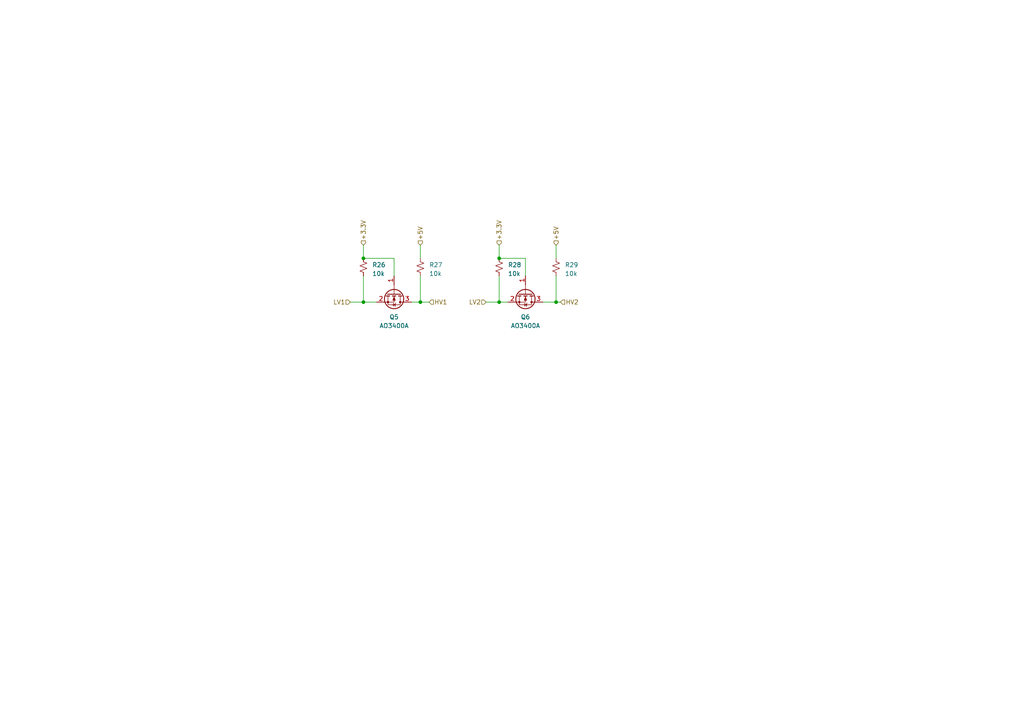
<source format=kicad_sch>
(kicad_sch (version 20230121) (generator eeschema)
  (paper "A4")
  (lib_symbols
    (symbol "Device:R_Small_US" (pin_numbers hide) (pin_names (offset 0.254) hide)
      (property "Reference" "R" (at 0.762 0.508 0))
      (property "Value" "R_Small_US" (at 0.762 -1.016 0))
      (symbol "R_Small_US_1_1"
        (polyline (pts (xy 0 0) (xy 1.016 -0.381) (xy 0 -0.762) (xy -1.016 -1.143) (xy 0 -1.524)))
        (polyline (pts (xy 0 1.524) (xy 1.016 1.143) (xy 0 0.762) (xy -1.016 0.381) (xy 0 0)))
        (pin passive line (at 0 2.54 270) (length 1.016) (name "~") (number "1"))
        (pin passive line (at 0 -2.54 90) (length 1.016) (name "~") (number "2"))
      )
    )
    (symbol "Transistor_FET:AO3400A" (pin_names hide)
      (property "Reference" "Q" (at 5.08 1.905 0))
      (property "Value" "AO3400A" (at 5.08 0 0))
      (symbol "AO3400A_0_1"
        (polyline (pts (xy 0.254 0) (xy -2.54 0)))
        (polyline (pts (xy 0.254 1.905) (xy 0.254 -1.905)) (stroke (width 0.254)))
        (polyline (pts (xy 0.762 -1.27) (xy 0.762 -2.286)) (stroke (width 0.254)))
        (polyline (pts (xy 0.762 0.508) (xy 0.762 -0.508)) (stroke (width 0.254)))
        (polyline (pts (xy 0.762 2.286) (xy 0.762 1.27)) (stroke (width 0.254)))
        (polyline (pts (xy 2.54 2.54) (xy 2.54 1.778)))
        (polyline (pts (xy 2.54 -2.54) (xy 2.54 0) (xy 0.762 0)))
        (polyline (pts (xy 0.762 -1.778) (xy 3.302 -1.778) (xy 3.302 1.778) (xy 0.762 1.778)))
        (polyline (pts (xy 1.016 0) (xy 2.032 0.381) (xy 2.032 -0.381) (xy 1.016 0)) (fill (type outline)))
        (polyline (pts (xy 2.794 0.508) (xy 2.921 0.381) (xy 3.683 0.381) (xy 3.81 0.254)))
        (polyline (pts (xy 3.302 0.381) (xy 2.921 -0.254) (xy 3.683 -0.254) (xy 3.302 0.381)))
        (circle (center 1.651 0) (radius 2.794) (stroke (width 0.254)))
        (circle (center 2.54 -1.778) (radius 0.254) (fill (type outline)))
        (circle (center 2.54 1.778) (radius 0.254) (fill (type outline)))
      )
      (symbol "AO3400A_1_1"
        (pin input line (at -5.08 0 0) (length 2.54) (name "G") (number "1"))
        (pin passive line (at 2.54 -5.08 90) (length 2.54) (name "S") (number "2"))
        (pin passive line (at 2.54 5.08 270) (length 2.54) (name "D") (number "3"))
      )
    )
  )
  (junction (at 144.78 74.93))
  (junction (at 161.29 87.63))
  (junction (at 121.92 87.63))
  (junction (at 144.78 87.63))
  (junction (at 105.41 74.93))
  (junction (at 105.41 87.63))
  (wire (pts (xy 119.38 87.63) (xy 121.92 87.63)))
  (wire (pts (xy 101.6 87.63) (xy 105.41 87.63)))
  (wire (pts (xy 105.41 71.12) (xy 105.41 74.93)))
  (wire (pts (xy 144.78 74.93) (xy 152.4 74.93)))
  (wire (pts (xy 105.41 80.01) (xy 105.41 87.63)))
  (wire (pts (xy 144.78 87.63) (xy 147.32 87.63)))
  (wire (pts (xy 121.92 80.01) (xy 121.92 87.63)))
  (wire (pts (xy 161.29 80.01) (xy 161.29 87.63)))
  (wire (pts (xy 144.78 80.01) (xy 144.78 87.63)))
  (wire (pts (xy 144.78 71.12) (xy 144.78 74.93)))
  (wire (pts (xy 161.29 71.12) (xy 161.29 74.93)))
  (wire (pts (xy 121.92 71.12) (xy 121.92 74.93)))
  (wire (pts (xy 152.4 74.93) (xy 152.4 80.01)))
  (wire (pts (xy 140.97 87.63) (xy 144.78 87.63)))
  (wire (pts (xy 105.41 87.63) (xy 109.22 87.63)))
  (wire (pts (xy 114.3 74.93) (xy 114.3 80.01)))
  (wire (pts (xy 121.92 87.63) (xy 124.46 87.63)))
  (wire (pts (xy 105.41 74.93) (xy 114.3 74.93)))
  (wire (pts (xy 161.29 87.63) (xy 162.56 87.63)))
  (wire (pts (xy 157.48 87.63) (xy 161.29 87.63)))
  (hierarchical_label "+3.3V" (shape input) (at 144.78 71.12 90))
  (hierarchical_label "LV1" (shape input) (at 101.6 87.63 180))
  (hierarchical_label "+3.3V" (shape input) (at 105.41 71.12 90))
  (hierarchical_label "+5V" (shape input) (at 121.92 71.12 90))
  (hierarchical_label "LV2" (shape input) (at 140.97 87.63 180))
  (hierarchical_label "HV2" (shape input) (at 162.56 87.63 0))
  (hierarchical_label "HV1" (shape input) (at 124.46 87.63 0))
  (hierarchical_label "+5V" (shape input) (at 161.29 71.12 90))
  (symbol (lib_id "Transistor_FET:AO3400A") (at 114.3 85.09 270) (unit 1)
    (property "Reference" "Q5" (at 114.3 91.948 90))
    (property "Value" "AO3400A" (at 114.3 94.488 90))
    (property "Footprint" "Package_TO_SOT_SMD:SOT-23" (effects hide))
    (property "Datasheet" "http://www.aosmd.com/pdfs/datasheet/AO3400A.pdf" (effects hide))
    (property "LCSC" "C20917" (effects hide))
  )
  (symbol (lib_id "Transistor_FET:AO3400A") (at 152.4 85.09 270) (unit 1)
    (property "Reference" "Q6" (at 152.4 91.948 90))
    (property "Value" "AO3400A" (at 152.4 94.488 90))
    (property "Footprint" "Package_TO_SOT_SMD:SOT-23" (effects hide))
    (property "Datasheet" "http://www.aosmd.com/pdfs/datasheet/AO3400A.pdf" (effects hide))
    (property "LCSC" "C20917" (effects hide))
  )
  (symbol (lib_id "Device:R_Small_US") (at 105.41 77.47 0) (unit 1)
    (property "Reference" "R26" (at 107.95 76.835 0) (effects (justify left)))
    (property "Value" "10k" (at 107.95 79.375 0) (effects (justify left)))
    (property "Footprint" "Resistor_SMD:R_1206_3216Metric" (effects hide))
    (property "LCSC" "C17902" (effects hide))
  )
  (symbol (lib_id "Device:R_Small_US") (at 161.29 77.47 0) (unit 1)
    (property "Reference" "R29" (at 163.83 76.835 0) (effects (justify left)))
    (property "Value" "10k" (at 163.83 79.375 0) (effects (justify left)))
    (property "Footprint" "Resistor_SMD:R_1206_3216Metric" (effects hide))
    (property "LCSC" "C17902" (effects hide))
  )
  (symbol (lib_id "Device:R_Small_US") (at 144.78 77.47 0) (unit 1)
    (property "Reference" "R28" (at 147.32 76.835 0) (effects (justify left)))
    (property "Value" "10k" (at 147.32 79.375 0) (effects (justify left)))
    (property "Footprint" "Resistor_SMD:R_1206_3216Metric" (effects hide))
    (property "LCSC" "C17902" (effects hide))
  )
  (symbol (lib_id "Device:R_Small_US") (at 121.92 77.47 0) (unit 1)
    (property "Reference" "R27" (at 124.46 76.835 0) (effects (justify left)))
    (property "Value" "10k" (at 124.46 79.375 0) (effects (justify left)))
    (property "Footprint" "Resistor_SMD:R_1206_3216Metric" (effects hide))
    (property "LCSC" "C17902" (effects hide))
  )
)
</source>
